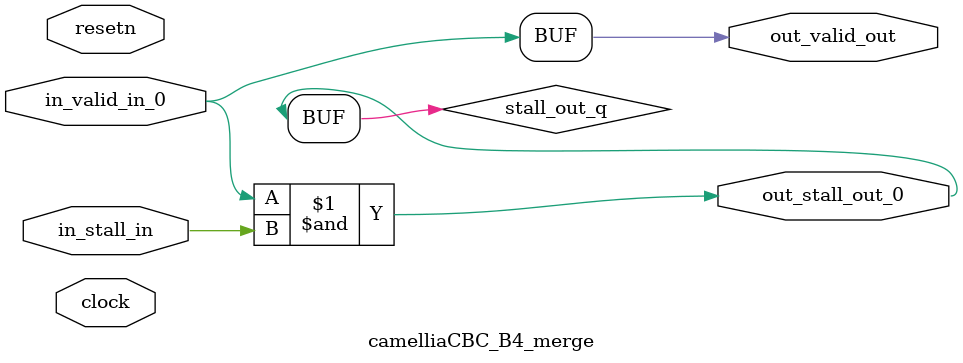
<source format=sv>



(* altera_attribute = "-name AUTO_SHIFT_REGISTER_RECOGNITION OFF; -name MESSAGE_DISABLE 10036; -name MESSAGE_DISABLE 10037; -name MESSAGE_DISABLE 14130; -name MESSAGE_DISABLE 14320; -name MESSAGE_DISABLE 15400; -name MESSAGE_DISABLE 14130; -name MESSAGE_DISABLE 10036; -name MESSAGE_DISABLE 12020; -name MESSAGE_DISABLE 12030; -name MESSAGE_DISABLE 12010; -name MESSAGE_DISABLE 12110; -name MESSAGE_DISABLE 14320; -name MESSAGE_DISABLE 13410; -name MESSAGE_DISABLE 113007; -name MESSAGE_DISABLE 10958" *)
module camelliaCBC_B4_merge (
    input wire [0:0] in_stall_in,
    input wire [0:0] in_valid_in_0,
    output wire [0:0] out_stall_out_0,
    output wire [0:0] out_valid_out,
    input wire clock,
    input wire resetn
    );

    wire [0:0] stall_out_q;


    // stall_out(LOGICAL,6)
    assign stall_out_q = in_valid_in_0 & in_stall_in;

    // out_stall_out_0(GPOUT,4)
    assign out_stall_out_0 = stall_out_q;

    // out_valid_out(GPOUT,5)
    assign out_valid_out = in_valid_in_0;

endmodule

</source>
